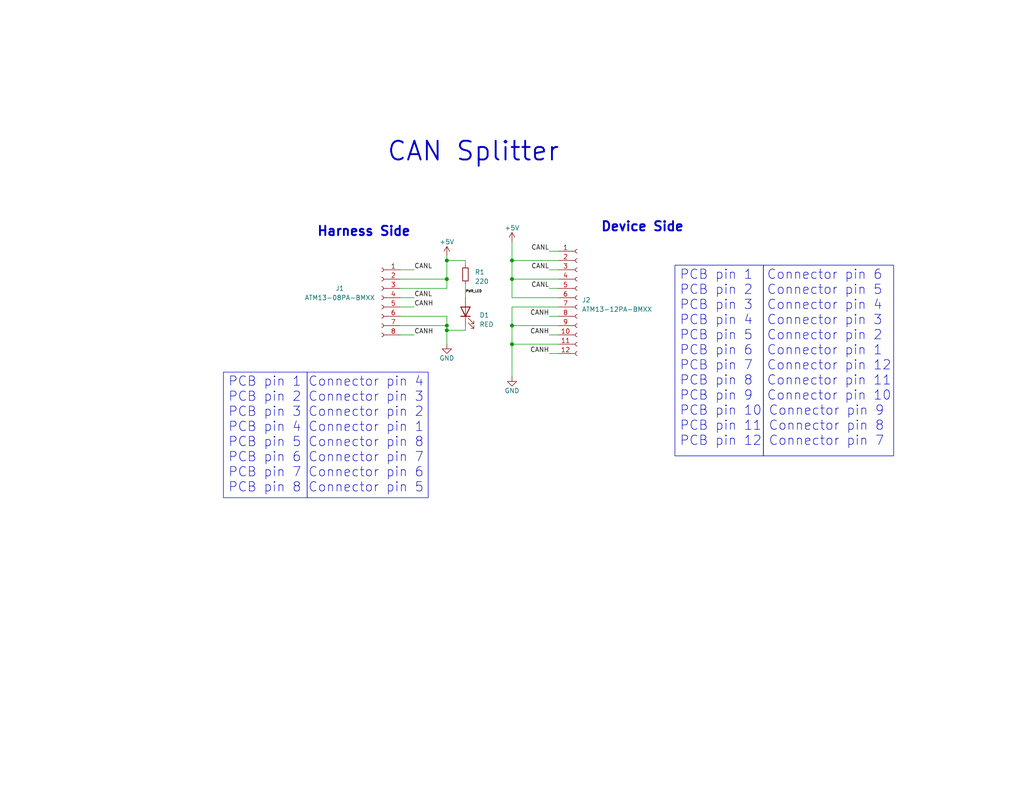
<source format=kicad_sch>
(kicad_sch (version 20230121) (generator eeschema)
  (paper "USLetter")
  (title_block (title "CAN Splitter") (date "2024-04-05") (rev "v1") (company "Sun Devil Motorsports"))
  (lib_symbols
    (symbol "Connector:Conn_01x08_Socket" (pin_names (offset 1.016) hide)
      (property "Reference" "J" (at 0 10.16 0))
      (property "Value" "Conn_01x08_Socket" (at 0 -12.7 0))
      (symbol "Conn_01x08_Socket_1_1"
        (arc (start 0 -9.652) (mid -0.5058 -10.16) (end 0 -10.668) (stroke (width 0.1524)))
        (arc (start 0 -7.112) (mid -0.5058 -7.62) (end 0 -8.128) (stroke (width 0.1524)))
        (arc (start 0 -4.572) (mid -0.5058 -5.08) (end 0 -5.588) (stroke (width 0.1524)))
        (arc (start 0 -2.032) (mid -0.5058 -2.54) (end 0 -3.048) (stroke (width 0.1524)))
        (polyline (pts (xy -1.27 -10.16) (xy -0.508 -10.16)) (stroke (width 0.1524)))
        (polyline (pts (xy -1.27 -7.62) (xy -0.508 -7.62)) (stroke (width 0.1524)))
        (polyline (pts (xy -1.27 -5.08) (xy -0.508 -5.08)) (stroke (width 0.1524)))
        (polyline (pts (xy -1.27 -2.54) (xy -0.508 -2.54)) (stroke (width 0.1524)))
        (polyline (pts (xy -1.27 0) (xy -0.508 0)) (stroke (width 0.1524)))
        (polyline (pts (xy -1.27 2.54) (xy -0.508 2.54)) (stroke (width 0.1524)))
        (polyline (pts (xy -1.27 5.08) (xy -0.508 5.08)) (stroke (width 0.1524)))
        (polyline (pts (xy -1.27 7.62) (xy -0.508 7.62)) (stroke (width 0.1524)))
        (arc (start 0 0.508) (mid -0.5058 0) (end 0 -0.508) (stroke (width 0.1524)))
        (arc (start 0 3.048) (mid -0.5058 2.54) (end 0 2.032) (stroke (width 0.1524)))
        (arc (start 0 5.588) (mid -0.5058 5.08) (end 0 4.572) (stroke (width 0.1524)))
        (arc (start 0 8.128) (mid -0.5058 7.62) (end 0 7.112) (stroke (width 0.1524)))
        (pin passive line (at -5.08 7.62 0) (length 3.81) (name "Pin_1") (number "1"))
        (pin passive line (at -5.08 5.08 0) (length 3.81) (name "Pin_2") (number "2"))
        (pin passive line (at -5.08 2.54 0) (length 3.81) (name "Pin_3") (number "3"))
        (pin passive line (at -5.08 0 0) (length 3.81) (name "Pin_4") (number "4"))
        (pin passive line (at -5.08 -2.54 0) (length 3.81) (name "Pin_5") (number "5"))
        (pin passive line (at -5.08 -5.08 0) (length 3.81) (name "Pin_6") (number "6"))
        (pin passive line (at -5.08 -7.62 0) (length 3.81) (name "Pin_7") (number "7"))
        (pin passive line (at -5.08 -10.16 0) (length 3.81) (name "Pin_8") (number "8"))
      )
    )
    (symbol "Connector:Conn_01x12_Socket" (pin_names (offset 1.016) hide)
      (property "Reference" "J" (at 0 15.24 0))
      (property "Value" "Conn_01x12_Socket" (at 0 -17.78 0))
      (symbol "Conn_01x12_Socket_1_1"
        (arc (start 0 -14.732) (mid -0.5058 -15.24) (end 0 -15.748) (stroke (width 0.1524)))
        (arc (start 0 -12.192) (mid -0.5058 -12.7) (end 0 -13.208) (stroke (width 0.1524)))
        (arc (start 0 -9.652) (mid -0.5058 -10.16) (end 0 -10.668) (stroke (width 0.1524)))
        (arc (start 0 -7.112) (mid -0.5058 -7.62) (end 0 -8.128) (stroke (width 0.1524)))
        (arc (start 0 -4.572) (mid -0.5058 -5.08) (end 0 -5.588) (stroke (width 0.1524)))
        (arc (start 0 -2.032) (mid -0.5058 -2.54) (end 0 -3.048) (stroke (width 0.1524)))
        (polyline (pts (xy -1.27 -15.24) (xy -0.508 -15.24)) (stroke (width 0.1524)))
        (polyline (pts (xy -1.27 -12.7) (xy -0.508 -12.7)) (stroke (width 0.1524)))
        (polyline (pts (xy -1.27 -10.16) (xy -0.508 -10.16)) (stroke (width 0.1524)))
        (polyline (pts (xy -1.27 -7.62) (xy -0.508 -7.62)) (stroke (width 0.1524)))
        (polyline (pts (xy -1.27 -5.08) (xy -0.508 -5.08)) (stroke (width 0.1524)))
        (polyline (pts (xy -1.27 -2.54) (xy -0.508 -2.54)) (stroke (width 0.1524)))
        (polyline (pts (xy -1.27 0) (xy -0.508 0)) (stroke (width 0.1524)))
        (polyline (pts (xy -1.27 2.54) (xy -0.508 2.54)) (stroke (width 0.1524)))
        (polyline (pts (xy -1.27 5.08) (xy -0.508 5.08)) (stroke (width 0.1524)))
        (polyline (pts (xy -1.27 7.62) (xy -0.508 7.62)) (stroke (width 0.1524)))
        (polyline (pts (xy -1.27 10.16) (xy -0.508 10.16)) (stroke (width 0.1524)))
        (polyline (pts (xy -1.27 12.7) (xy -0.508 12.7)) (stroke (width 0.1524)))
        (arc (start 0 0.508) (mid -0.5058 0) (end 0 -0.508) (stroke (width 0.1524)))
        (arc (start 0 3.048) (mid -0.5058 2.54) (end 0 2.032) (stroke (width 0.1524)))
        (arc (start 0 5.588) (mid -0.5058 5.08) (end 0 4.572) (stroke (width 0.1524)))
        (arc (start 0 8.128) (mid -0.5058 7.62) (end 0 7.112) (stroke (width 0.1524)))
        (arc (start 0 10.668) (mid -0.5058 10.16) (end 0 9.652) (stroke (width 0.1524)))
        (arc (start 0 13.208) (mid -0.5058 12.7) (end 0 12.192) (stroke (width 0.1524)))
        (pin passive line (at -5.08 12.7 0) (length 3.81) (name "Pin_1") (number "1"))
        (pin passive line (at -5.08 -10.16 0) (length 3.81) (name "Pin_10") (number "10"))
        (pin passive line (at -5.08 -12.7 0) (length 3.81) (name "Pin_11") (number "11"))
        (pin passive line (at -5.08 -15.24 0) (length 3.81) (name "Pin_12") (number "12"))
        (pin passive line (at -5.08 10.16 0) (length 3.81) (name "Pin_2") (number "2"))
        (pin passive line (at -5.08 7.62 0) (length 3.81) (name "Pin_3") (number "3"))
        (pin passive line (at -5.08 5.08 0) (length 3.81) (name "Pin_4") (number "4"))
        (pin passive line (at -5.08 2.54 0) (length 3.81) (name "Pin_5") (number "5"))
        (pin passive line (at -5.08 0 0) (length 3.81) (name "Pin_6") (number "6"))
        (pin passive line (at -5.08 -2.54 0) (length 3.81) (name "Pin_7") (number "7"))
        (pin passive line (at -5.08 -5.08 0) (length 3.81) (name "Pin_8") (number "8"))
        (pin passive line (at -5.08 -7.62 0) (length 3.81) (name "Pin_9") (number "9"))
      )
    )
    (symbol "Device:LED" (pin_numbers hide) (pin_names (offset 1.016) hide)
      (property "Reference" "D" (at 0 2.54 0))
      (property "Value" "LED" (at 0 -2.54 0))
      (symbol "LED_0_1"
        (polyline (pts (xy -1.27 -1.27) (xy -1.27 1.27)) (stroke (width 0.254)))
        (polyline (pts (xy -1.27 0) (xy 1.27 0)))
        (polyline (pts (xy 1.27 -1.27) (xy 1.27 1.27) (xy -1.27 0) (xy 1.27 -1.27)) (stroke (width 0.254)))
        (polyline (pts (xy -3.048 -0.762) (xy -4.572 -2.286) (xy -3.81 -2.286) (xy -4.572 -2.286) (xy -4.572 -1.524)))
        (polyline (pts (xy -1.778 -0.762) (xy -3.302 -2.286) (xy -2.54 -2.286) (xy -3.302 -2.286) (xy -3.302 -1.524)))
      )
      (symbol "LED_1_1"
        (pin passive line (at -3.81 0 0) (length 2.54) (name "K") (number "1"))
        (pin passive line (at 3.81 0 180) (length 2.54) (name "A") (number "2"))
      )
    )
    (symbol "Device:R_Small" (pin_numbers hide) (pin_names (offset 0.254) hide)
      (property "Reference" "R" (at 0.762 0.508 0))
      (property "Value" "R_Small" (at 0.762 -1.016 0))
      (symbol "R_Small_0_1"
        (rectangle (start -0.762 1.778) (end 0.762 -1.778) (stroke (width 0.2032)))
      )
      (symbol "R_Small_1_1"
        (pin passive line (at 0 2.54 270) (length 0.762) (name "~") (number "1"))
        (pin passive line (at 0 -2.54 90) (length 0.762) (name "~") (number "2"))
      )
    )
    (symbol "power:+5V" (power) (pin_names (offset 0))
      (property "Value" "+5V" (at 0 3.556 0))
      (symbol "+5V_0_1"
        (polyline (pts (xy -0.762 1.27) (xy 0 2.54)))
        (polyline (pts (xy 0 0) (xy 0 2.54)))
        (polyline (pts (xy 0 2.54) (xy 0.762 1.27)))
      )
      (symbol "+5V_1_1"
        (pin power_in line (at 0 0 90) (length 0) hide (name "+5V") (number "1"))
      )
    )
    (symbol "power:GND" (power) (pin_names (offset 0))
      (property "Value" "GND" (at 0 -3.81 0))
      (symbol "GND_0_1"
        (polyline (pts (xy 0 0) (xy 0 -1.27) (xy 1.27 -1.27) (xy 0 -2.54) (xy -1.27 -1.27) (xy 0 -1.27)))
      )
      (symbol "GND_1_1"
        (pin power_in line (at 0 0 270) (length 0) hide (name "GND") (number "1"))
      )
    )
  )
  (junction (at 121.92 90.17))
  (junction (at 121.92 71.12))
  (junction (at 121.92 88.9))
  (junction (at 139.7 93.98))
  (junction (at 139.7 88.9))
  (junction (at 139.7 71.12))
  (junction (at 139.7 76.2))
  (junction (at 121.92 76.2))
  (wire (pts (xy 109.22 78.74) (xy 121.92 78.74)))
  (wire (pts (xy 121.92 88.9) (xy 121.92 90.17)))
  (wire (pts (xy 127 71.12) (xy 121.92 71.12)))
  (wire (pts (xy 127 77.47) (xy 127 81.28)))
  (wire (pts (xy 149.86 68.58) (xy 152.4 68.58)))
  (wire (pts (xy 149.86 91.44) (xy 152.4 91.44)))
  (wire (pts (xy 152.4 88.9) (xy 139.7 88.9)))
  (wire (pts (xy 139.7 71.12) (xy 139.7 66.04)))
  (wire (pts (xy 152.4 71.12) (xy 139.7 71.12)))
  (wire (pts (xy 121.92 86.36) (xy 121.92 88.9)))
  (wire (pts (xy 139.7 88.9) (xy 139.7 93.98)))
  (wire (pts (xy 152.4 81.28) (xy 139.7 81.28)))
  (wire (pts (xy 109.22 91.44) (xy 113.03 91.44)))
  (wire (pts (xy 109.22 73.66) (xy 113.03 73.66)))
  (wire (pts (xy 149.86 96.52) (xy 152.4 96.52)))
  (wire (pts (xy 149.86 78.74) (xy 152.4 78.74)))
  (wire (pts (xy 127 90.17) (xy 121.92 90.17)))
  (wire (pts (xy 152.4 93.98) (xy 139.7 93.98)))
  (wire (pts (xy 152.4 83.82) (xy 139.7 83.82)))
  (wire (pts (xy 139.7 81.28) (xy 139.7 76.2)))
  (wire (pts (xy 127 72.39) (xy 127 71.12)))
  (wire (pts (xy 121.92 78.74) (xy 121.92 76.2)))
  (wire (pts (xy 139.7 93.98) (xy 139.7 102.87)))
  (wire (pts (xy 121.92 76.2) (xy 121.92 71.12)))
  (wire (pts (xy 109.22 86.36) (xy 121.92 86.36)))
  (wire (pts (xy 127 88.9) (xy 127 90.17)))
  (wire (pts (xy 149.86 86.36) (xy 152.4 86.36)))
  (wire (pts (xy 109.22 88.9) (xy 121.92 88.9)))
  (wire (pts (xy 139.7 83.82) (xy 139.7 88.9)))
  (wire (pts (xy 121.92 71.12) (xy 121.92 69.85)))
  (wire (pts (xy 109.22 81.28) (xy 113.03 81.28)))
  (wire (pts (xy 149.86 73.66) (xy 152.4 73.66)))
  (wire (pts (xy 121.92 90.17) (xy 121.92 93.98)))
  (wire (pts (xy 109.22 83.82) (xy 113.03 83.82)))
  (wire (pts (xy 109.22 76.2) (xy 121.92 76.2)))
  (wire (pts (xy 139.7 76.2) (xy 139.7 71.12)))
  (wire (pts (xy 152.4 76.2) (xy 139.7 76.2)))
  (rectangle (start 83.82 101.6) (end 116.84 135.89))
  (rectangle (start 208.28 72.39) (end 243.84 124.46))
  (rectangle (start 184.15 72.39) (end 208.28 124.46))
  (rectangle (start 60.96 101.6) (end 83.82 135.89))
  (text "PCB pin 1  Connector pin 6\nPCB pin 2  Connector pin 5\nPCB pin 3  Connector pin 4\nPCB pin 4  Connector pin 3\nPCB pin 5  Connector pin 2\nPCB pin 6  Connector pin 1\nPCB pin 7  Connector pin 12\nPCB pin 8  Connector pin 11\nPCB pin 9  Connector pin 10\nPCB pin 10 Connector pin 9\nPCB pin 11 Connector pin 8\nPCB pin 12 Connector pin 7" (at 185.42 121.92 0) (effects (font (size 2.56 2.56)) (justify left bottom)))
  (text "Harness Side" (at 86.36 64.77 0) (effects (font (size 2.54 2.54) (thickness 0.508) bold) (justify left bottom)))
  (text "Device Side" (at 163.83 63.5 0) (effects (font (size 2.54 2.54) (thickness 0.508) bold) (justify left bottom)))
  (text "CAN Splitter" (at 105.41 44.45 0) (effects (font (size 5.12 5.12) (thickness 0.508) bold) (justify left bottom)))
  (text "PCB pin 1 Connector pin 4\nPCB pin 2 Connector pin 3\nPCB pin 3 Connector pin 2\nPCB pin 4 Connector pin 1\nPCB pin 5 Connector pin 8\nPCB pin 6 Connector pin 7\nPCB pin 7 Connector pin 6\nPCB pin 8 Connector pin 5" (at 62.23 134.62 0) (effects (font (size 2.56 2.56)) (justify left bottom)))
  (label "CANH" (at 113.03 91.44 0))
  (label "CANL" (at 149.86 78.74 180))
  (label "CANH" (at 113.03 83.82 0))
  (label "CANL" (at 113.03 73.66 0))
  (label "CANH" (at 149.86 96.52 180))
  (label "CANH" (at 149.86 86.36 180))
  (label "CANH" (at 149.86 91.44 180))
  (label "CANL" (at 149.86 68.58 180))
  (label "CANL" (at 113.03 81.28 0))
  (label "PWR_LED" (at 127 80.01 0) (effects (font (size 0.65 0.65))))
  (label "CANL" (at 149.86 73.66 180))
  (symbol (lib_id "power:GND") (at 139.7 102.87 0) (unit 1)
    (property "Reference" "#PWR04" (effects hide))
    (property "Value" "GND" (at 139.7 106.68 0))
  )
  (symbol (lib_id "Connector:Conn_01x12_Socket") (at 157.48 81.28 0) (unit 1)
    (property "Reference" "J2" (at 158.75 81.915 0) (effects (justify left)))
    (property "Value" "ATM13-12PA-BMXX" (at 158.75 84.455 0) (effects (justify left)))
    (property "Footprint" "Amphenol_Boardlock:ATM13-12PA-BMXX" (effects hide))
  )
  (symbol (lib_id "Connector:Conn_01x08_Socket") (at 104.14 81.28 0) (mirror y) (unit 1)
    (property "Reference" "J1" (at 92.71 78.74 0))
    (property "Value" "ATM13-08PA-BMXX" (at 92.71 81.28 0))
    (property "Footprint" "Amphenol_Boardlock:ATM13-08PA-BMXX" (effects hide))
  )
  (symbol (lib_id "power:+5V") (at 139.7 66.04 0) (unit 1)
    (property "Reference" "#PWR03" (effects hide))
    (property "Value" "+5V" (at 139.7 62.23 0))
  )
  (symbol (lib_id "Device:R_Small") (at 127 74.93 0) (unit 1)
    (property "Reference" "R1" (at 129.54 74.295 0) (effects (justify left)))
    (property "Value" "220" (at 129.54 76.835 0) (effects (justify left)))
    (property "Footprint" "Resistor_SMD:R_1206_3216Metric" (effects hide))
  )
  (symbol (lib_id "power:+5V") (at 121.92 69.85 0) (unit 1)
    (property "Reference" "#PWR01" (effects hide))
    (property "Value" "+5V" (at 121.92 66.04 0))
  )
  (symbol (lib_id "power:GND") (at 121.92 93.98 0) (unit 1)
    (property "Reference" "#PWR02" (effects hide))
    (property "Value" "GND" (at 121.92 97.79 0))
  )
  (symbol (lib_id "Device:LED") (at 127 85.09 90) (unit 1)
    (property "Reference" "D1" (at 130.81 86.0425 90) (effects (justify right)))
    (property "Value" "RED" (at 130.81 88.5825 90) (effects (justify right)))
    (property "Footprint" "LED_SMD:LED_1206_3216Metric" (effects hide))
  )
)
</source>
